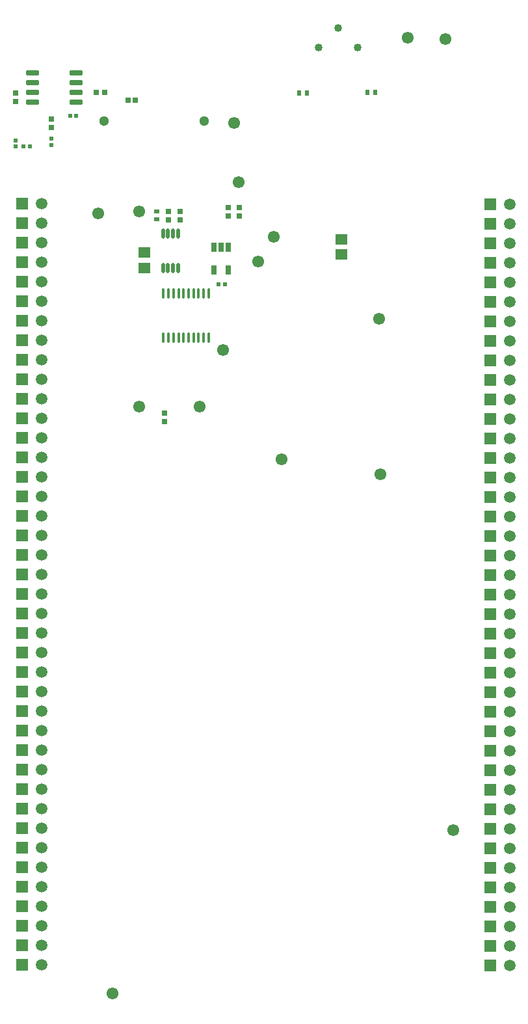
<source format=gbr>
%TF.GenerationSoftware,Altium Limited,Altium Designer,19.1.6 (110)*%
G04 Layer_Color=255*
%FSLAX26Y26*%
%MOIN*%
%TF.FileFunction,Pads,Bot*%
%TF.Part,Single*%
G01*
G75*
%TA.AperFunction,SMDPad,CuDef*%
%ADD11R,0.021654X0.021654*%
%ADD16R,0.025591X0.021654*%
%ADD17R,0.025591X0.029528*%
%ADD18R,0.020472X0.020472*%
%ADD19R,0.020472X0.020472*%
%ADD21R,0.029528X0.025591*%
G04:AMPARAMS|DCode=23|XSize=25.591mil|YSize=47.244mil|CornerRadius=1.919mil|HoleSize=0mil|Usage=FLASHONLY|Rotation=0.000|XOffset=0mil|YOffset=0mil|HoleType=Round|Shape=RoundedRectangle|*
%AMROUNDEDRECTD23*
21,1,0.025591,0.043406,0,0,0.0*
21,1,0.021752,0.047244,0,0,0.0*
1,1,0.003839,0.010876,-0.021703*
1,1,0.003839,-0.010876,-0.021703*
1,1,0.003839,-0.010876,0.021703*
1,1,0.003839,0.010876,0.021703*
%
%ADD23ROUNDEDRECTD23*%
%ADD29O,0.013780X0.055118*%
%ADD31O,0.019685X0.053150*%
%ADD32R,0.061024X0.053150*%
%TA.AperFunction,ComponentPad*%
%ADD40C,0.061024*%
%ADD41C,0.040000*%
%ADD42C,0.059055*%
%ADD43R,0.059055X0.059055*%
%ADD44C,0.051181*%
%TA.AperFunction,SMDPad,CuDef*%
%ADD48R,0.021654X0.025591*%
%ADD49R,0.027559X0.025591*%
G04:AMPARAMS|DCode=50|XSize=25.591mil|YSize=64.961mil|CornerRadius=1.919mil|HoleSize=0mil|Usage=FLASHONLY|Rotation=270.000|XOffset=0mil|YOffset=0mil|HoleType=Round|Shape=RoundedRectangle|*
%AMROUNDEDRECTD50*
21,1,0.025591,0.061122,0,0,270.0*
21,1,0.021752,0.064961,0,0,270.0*
1,1,0.003839,-0.030561,-0.010876*
1,1,0.003839,-0.030561,0.010876*
1,1,0.003839,0.030561,0.010876*
1,1,0.003839,0.030561,-0.010876*
%
%ADD50ROUNDEDRECTD50*%
D11*
X170716Y4544000D02*
D03*
X135283D02*
D03*
D16*
X819173Y4171315D02*
D03*
Y4210685D02*
D03*
D17*
X551654Y4820000D02*
D03*
X508346D02*
D03*
D18*
X95000Y4544252D02*
D03*
Y4575748D02*
D03*
X278000Y4582748D02*
D03*
Y4551252D02*
D03*
D19*
X405748Y4700000D02*
D03*
X374252D02*
D03*
X1168748Y3838000D02*
D03*
X1137252D02*
D03*
D21*
X860000Y3133346D02*
D03*
Y3176653D02*
D03*
X879174Y4211654D02*
D03*
Y4168346D02*
D03*
X939174D02*
D03*
Y4211654D02*
D03*
X95000Y4773346D02*
D03*
Y4816654D02*
D03*
X1241000Y4229654D02*
D03*
Y4186346D02*
D03*
X278000Y4641346D02*
D03*
Y4684654D02*
D03*
X1185000Y4186346D02*
D03*
Y4229654D02*
D03*
D23*
X1111458Y4028072D02*
D03*
X1148858D02*
D03*
X1186260D02*
D03*
Y3911930D02*
D03*
X1111458D02*
D03*
D29*
X854016Y3791190D02*
D03*
X879606D02*
D03*
X905198D02*
D03*
X930788D02*
D03*
X956378D02*
D03*
X981968D02*
D03*
X1007560D02*
D03*
X1033150D02*
D03*
X1058740D02*
D03*
X1084332D02*
D03*
X854016Y3564812D02*
D03*
X879606D02*
D03*
X905198D02*
D03*
X930788D02*
D03*
X956378D02*
D03*
X981968D02*
D03*
X1007560D02*
D03*
X1033150D02*
D03*
X1058740D02*
D03*
X1084332D02*
D03*
D31*
X927560Y3922402D02*
D03*
X901968D02*
D03*
X876378D02*
D03*
X850788D02*
D03*
X927560Y4097598D02*
D03*
X901968D02*
D03*
X876378D02*
D03*
X850788D02*
D03*
D32*
X1765000Y3989630D02*
D03*
Y4068370D02*
D03*
X755174Y4000370D02*
D03*
Y3921630D02*
D03*
D40*
X593000Y203000D02*
D03*
X2300000Y5095000D02*
D03*
X2340000Y1040000D02*
D03*
X1240000Y4360000D02*
D03*
X520000Y4200000D02*
D03*
X730000Y4210000D02*
D03*
X1215000Y4665000D02*
D03*
X1340000Y3955000D02*
D03*
X1960000Y3660000D02*
D03*
X1160000Y3500000D02*
D03*
X1460000Y2940000D02*
D03*
X1965000Y2865000D02*
D03*
X730000Y3210000D02*
D03*
X1040000D02*
D03*
X1420000Y4080000D02*
D03*
X2105000Y5100000D02*
D03*
D41*
X1650000Y5050000D02*
D03*
X1850000D02*
D03*
X1750000Y5150000D02*
D03*
D42*
X2627796Y348972D02*
D03*
Y448972D02*
D03*
Y548972D02*
D03*
Y648972D02*
D03*
Y748972D02*
D03*
Y848972D02*
D03*
Y948972D02*
D03*
Y1048972D02*
D03*
Y1148972D02*
D03*
Y1248972D02*
D03*
Y1348972D02*
D03*
Y1448972D02*
D03*
Y1548972D02*
D03*
Y1648972D02*
D03*
Y1748972D02*
D03*
Y1848972D02*
D03*
Y1948972D02*
D03*
Y2048972D02*
D03*
Y2148972D02*
D03*
Y2248972D02*
D03*
Y2348972D02*
D03*
Y2448972D02*
D03*
Y2548972D02*
D03*
Y2648972D02*
D03*
Y2748972D02*
D03*
Y2848972D02*
D03*
Y2948972D02*
D03*
Y3048972D02*
D03*
Y3148972D02*
D03*
Y3248972D02*
D03*
Y3348972D02*
D03*
Y3448972D02*
D03*
Y3548972D02*
D03*
Y3648972D02*
D03*
Y3748972D02*
D03*
Y3848972D02*
D03*
Y3948972D02*
D03*
Y4048972D02*
D03*
Y4148972D02*
D03*
Y4248972D02*
D03*
X227796Y349956D02*
D03*
Y449956D02*
D03*
Y549956D02*
D03*
Y649956D02*
D03*
Y749956D02*
D03*
Y849956D02*
D03*
Y949956D02*
D03*
Y1049956D02*
D03*
Y1149956D02*
D03*
Y1249956D02*
D03*
Y1349956D02*
D03*
Y1449956D02*
D03*
Y1549956D02*
D03*
Y1649956D02*
D03*
Y1749956D02*
D03*
Y1849956D02*
D03*
Y1949956D02*
D03*
Y2049956D02*
D03*
Y2149956D02*
D03*
Y2249956D02*
D03*
Y2349956D02*
D03*
Y2449956D02*
D03*
Y2549956D02*
D03*
Y2649956D02*
D03*
Y2749956D02*
D03*
Y2849956D02*
D03*
Y2949956D02*
D03*
Y3049956D02*
D03*
Y3149956D02*
D03*
Y3249956D02*
D03*
Y3349956D02*
D03*
Y3449956D02*
D03*
Y3549956D02*
D03*
Y3649956D02*
D03*
Y3749956D02*
D03*
Y3849956D02*
D03*
Y3949956D02*
D03*
Y4049956D02*
D03*
Y4149956D02*
D03*
Y4249956D02*
D03*
D43*
X2527796Y348972D02*
D03*
Y448972D02*
D03*
Y548972D02*
D03*
Y648972D02*
D03*
Y748972D02*
D03*
Y848972D02*
D03*
Y948972D02*
D03*
Y1048972D02*
D03*
Y1148972D02*
D03*
Y1248972D02*
D03*
Y1348972D02*
D03*
Y1448972D02*
D03*
Y1548972D02*
D03*
Y1648972D02*
D03*
Y1748972D02*
D03*
Y1848972D02*
D03*
Y1948972D02*
D03*
Y2048972D02*
D03*
Y2148972D02*
D03*
Y2248972D02*
D03*
Y2348972D02*
D03*
Y2448972D02*
D03*
Y2548972D02*
D03*
Y2648972D02*
D03*
Y2748972D02*
D03*
Y2848972D02*
D03*
Y2948972D02*
D03*
Y3048972D02*
D03*
Y3148972D02*
D03*
Y3248972D02*
D03*
Y3348972D02*
D03*
Y3448972D02*
D03*
Y3548972D02*
D03*
Y3648972D02*
D03*
Y3748972D02*
D03*
Y3848972D02*
D03*
Y3948972D02*
D03*
Y4048972D02*
D03*
Y4148972D02*
D03*
Y4248972D02*
D03*
X127796Y349956D02*
D03*
Y449956D02*
D03*
Y549956D02*
D03*
Y649956D02*
D03*
Y749956D02*
D03*
Y849956D02*
D03*
Y949956D02*
D03*
Y1049956D02*
D03*
Y1149956D02*
D03*
Y1249956D02*
D03*
Y1349956D02*
D03*
Y1449956D02*
D03*
Y1549956D02*
D03*
Y1649956D02*
D03*
Y1749956D02*
D03*
Y1849956D02*
D03*
Y1949956D02*
D03*
Y2049956D02*
D03*
Y2149956D02*
D03*
Y2249956D02*
D03*
Y2349956D02*
D03*
Y2449956D02*
D03*
Y2549956D02*
D03*
Y2649956D02*
D03*
Y2749956D02*
D03*
Y2849956D02*
D03*
Y2949956D02*
D03*
Y3049956D02*
D03*
Y3149956D02*
D03*
Y3249956D02*
D03*
Y3349956D02*
D03*
Y3449956D02*
D03*
Y3549956D02*
D03*
Y3649956D02*
D03*
Y3749956D02*
D03*
Y3849956D02*
D03*
Y3949956D02*
D03*
Y4049956D02*
D03*
Y4149956D02*
D03*
Y4249956D02*
D03*
D44*
X1062165Y4673740D02*
D03*
X547992D02*
D03*
D48*
X1939685Y4820000D02*
D03*
X1900315D02*
D03*
X1589679Y4815999D02*
D03*
X1550309D02*
D03*
D49*
X708701Y4780000D02*
D03*
X671299D02*
D03*
D50*
X183780Y4770000D02*
D03*
Y4820000D02*
D03*
Y4870000D02*
D03*
Y4920000D02*
D03*
X406220Y4770000D02*
D03*
Y4820000D02*
D03*
Y4870000D02*
D03*
Y4920000D02*
D03*
%TF.MD5,7484877ba8bbe0e07668fd74365adc43*%
M02*

</source>
